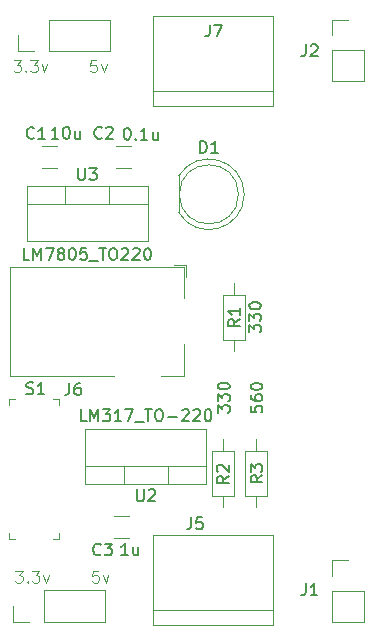
<source format=gbr>
%TF.GenerationSoftware,KiCad,Pcbnew,8.0.1-8.0.1-1~ubuntu22.04.1*%
%TF.CreationDate,2024-03-25T00:01:57-03:00*%
%TF.ProjectId,breadboard_power_supply,62726561-6462-46f6-9172-645f706f7765,rev?*%
%TF.SameCoordinates,Original*%
%TF.FileFunction,Legend,Top*%
%TF.FilePolarity,Positive*%
%FSLAX46Y46*%
G04 Gerber Fmt 4.6, Leading zero omitted, Abs format (unit mm)*
G04 Created by KiCad (PCBNEW 8.0.1-8.0.1-1~ubuntu22.04.1) date 2024-03-25 00:01:57*
%MOMM*%
%LPD*%
G01*
G04 APERTURE LIST*
%ADD10C,0.100000*%
%ADD11C,0.150000*%
%ADD12C,0.120000*%
G04 APERTURE END LIST*
D10*
X101108646Y-127631119D02*
X101727693Y-127631119D01*
X101727693Y-127631119D02*
X101394360Y-128012071D01*
X101394360Y-128012071D02*
X101537217Y-128012071D01*
X101537217Y-128012071D02*
X101632455Y-128059690D01*
X101632455Y-128059690D02*
X101680074Y-128107309D01*
X101680074Y-128107309D02*
X101727693Y-128202547D01*
X101727693Y-128202547D02*
X101727693Y-128440642D01*
X101727693Y-128440642D02*
X101680074Y-128535880D01*
X101680074Y-128535880D02*
X101632455Y-128583500D01*
X101632455Y-128583500D02*
X101537217Y-128631119D01*
X101537217Y-128631119D02*
X101251503Y-128631119D01*
X101251503Y-128631119D02*
X101156265Y-128583500D01*
X101156265Y-128583500D02*
X101108646Y-128535880D01*
X102156265Y-128535880D02*
X102203884Y-128583500D01*
X102203884Y-128583500D02*
X102156265Y-128631119D01*
X102156265Y-128631119D02*
X102108646Y-128583500D01*
X102108646Y-128583500D02*
X102156265Y-128535880D01*
X102156265Y-128535880D02*
X102156265Y-128631119D01*
X102537217Y-127631119D02*
X103156264Y-127631119D01*
X103156264Y-127631119D02*
X102822931Y-128012071D01*
X102822931Y-128012071D02*
X102965788Y-128012071D01*
X102965788Y-128012071D02*
X103061026Y-128059690D01*
X103061026Y-128059690D02*
X103108645Y-128107309D01*
X103108645Y-128107309D02*
X103156264Y-128202547D01*
X103156264Y-128202547D02*
X103156264Y-128440642D01*
X103156264Y-128440642D02*
X103108645Y-128535880D01*
X103108645Y-128535880D02*
X103061026Y-128583500D01*
X103061026Y-128583500D02*
X102965788Y-128631119D01*
X102965788Y-128631119D02*
X102680074Y-128631119D01*
X102680074Y-128631119D02*
X102584836Y-128583500D01*
X102584836Y-128583500D02*
X102537217Y-128535880D01*
X103489598Y-127964452D02*
X103727693Y-128631119D01*
X103727693Y-128631119D02*
X103965788Y-127964452D01*
X108130074Y-127631119D02*
X107653884Y-127631119D01*
X107653884Y-127631119D02*
X107606265Y-128107309D01*
X107606265Y-128107309D02*
X107653884Y-128059690D01*
X107653884Y-128059690D02*
X107749122Y-128012071D01*
X107749122Y-128012071D02*
X107987217Y-128012071D01*
X107987217Y-128012071D02*
X108082455Y-128059690D01*
X108082455Y-128059690D02*
X108130074Y-128107309D01*
X108130074Y-128107309D02*
X108177693Y-128202547D01*
X108177693Y-128202547D02*
X108177693Y-128440642D01*
X108177693Y-128440642D02*
X108130074Y-128535880D01*
X108130074Y-128535880D02*
X108082455Y-128583500D01*
X108082455Y-128583500D02*
X107987217Y-128631119D01*
X107987217Y-128631119D02*
X107749122Y-128631119D01*
X107749122Y-128631119D02*
X107653884Y-128583500D01*
X107653884Y-128583500D02*
X107606265Y-128535880D01*
X108511027Y-127964452D02*
X108749122Y-128631119D01*
X108749122Y-128631119D02*
X108987217Y-127964452D01*
X107980074Y-84400319D02*
X107503884Y-84400319D01*
X107503884Y-84400319D02*
X107456265Y-84876509D01*
X107456265Y-84876509D02*
X107503884Y-84828890D01*
X107503884Y-84828890D02*
X107599122Y-84781271D01*
X107599122Y-84781271D02*
X107837217Y-84781271D01*
X107837217Y-84781271D02*
X107932455Y-84828890D01*
X107932455Y-84828890D02*
X107980074Y-84876509D01*
X107980074Y-84876509D02*
X108027693Y-84971747D01*
X108027693Y-84971747D02*
X108027693Y-85209842D01*
X108027693Y-85209842D02*
X107980074Y-85305080D01*
X107980074Y-85305080D02*
X107932455Y-85352700D01*
X107932455Y-85352700D02*
X107837217Y-85400319D01*
X107837217Y-85400319D02*
X107599122Y-85400319D01*
X107599122Y-85400319D02*
X107503884Y-85352700D01*
X107503884Y-85352700D02*
X107456265Y-85305080D01*
X108361027Y-84733652D02*
X108599122Y-85400319D01*
X108599122Y-85400319D02*
X108837217Y-84733652D01*
X100958646Y-84400319D02*
X101577693Y-84400319D01*
X101577693Y-84400319D02*
X101244360Y-84781271D01*
X101244360Y-84781271D02*
X101387217Y-84781271D01*
X101387217Y-84781271D02*
X101482455Y-84828890D01*
X101482455Y-84828890D02*
X101530074Y-84876509D01*
X101530074Y-84876509D02*
X101577693Y-84971747D01*
X101577693Y-84971747D02*
X101577693Y-85209842D01*
X101577693Y-85209842D02*
X101530074Y-85305080D01*
X101530074Y-85305080D02*
X101482455Y-85352700D01*
X101482455Y-85352700D02*
X101387217Y-85400319D01*
X101387217Y-85400319D02*
X101101503Y-85400319D01*
X101101503Y-85400319D02*
X101006265Y-85352700D01*
X101006265Y-85352700D02*
X100958646Y-85305080D01*
X102006265Y-85305080D02*
X102053884Y-85352700D01*
X102053884Y-85352700D02*
X102006265Y-85400319D01*
X102006265Y-85400319D02*
X101958646Y-85352700D01*
X101958646Y-85352700D02*
X102006265Y-85305080D01*
X102006265Y-85305080D02*
X102006265Y-85400319D01*
X102387217Y-84400319D02*
X103006264Y-84400319D01*
X103006264Y-84400319D02*
X102672931Y-84781271D01*
X102672931Y-84781271D02*
X102815788Y-84781271D01*
X102815788Y-84781271D02*
X102911026Y-84828890D01*
X102911026Y-84828890D02*
X102958645Y-84876509D01*
X102958645Y-84876509D02*
X103006264Y-84971747D01*
X103006264Y-84971747D02*
X103006264Y-85209842D01*
X103006264Y-85209842D02*
X102958645Y-85305080D01*
X102958645Y-85305080D02*
X102911026Y-85352700D01*
X102911026Y-85352700D02*
X102815788Y-85400319D01*
X102815788Y-85400319D02*
X102530074Y-85400319D01*
X102530074Y-85400319D02*
X102434836Y-85352700D01*
X102434836Y-85352700D02*
X102387217Y-85305080D01*
X103339598Y-84733652D02*
X103577693Y-85400319D01*
X103577693Y-85400319D02*
X103815788Y-84733652D01*
D11*
X106426095Y-93533619D02*
X106426095Y-94343142D01*
X106426095Y-94343142D02*
X106473714Y-94438380D01*
X106473714Y-94438380D02*
X106521333Y-94486000D01*
X106521333Y-94486000D02*
X106616571Y-94533619D01*
X106616571Y-94533619D02*
X106807047Y-94533619D01*
X106807047Y-94533619D02*
X106902285Y-94486000D01*
X106902285Y-94486000D02*
X106949904Y-94438380D01*
X106949904Y-94438380D02*
X106997523Y-94343142D01*
X106997523Y-94343142D02*
X106997523Y-93533619D01*
X107378476Y-93533619D02*
X107997523Y-93533619D01*
X107997523Y-93533619D02*
X107664190Y-93914571D01*
X107664190Y-93914571D02*
X107807047Y-93914571D01*
X107807047Y-93914571D02*
X107902285Y-93962190D01*
X107902285Y-93962190D02*
X107949904Y-94009809D01*
X107949904Y-94009809D02*
X107997523Y-94105047D01*
X107997523Y-94105047D02*
X107997523Y-94343142D01*
X107997523Y-94343142D02*
X107949904Y-94438380D01*
X107949904Y-94438380D02*
X107902285Y-94486000D01*
X107902285Y-94486000D02*
X107807047Y-94533619D01*
X107807047Y-94533619D02*
X107521333Y-94533619D01*
X107521333Y-94533619D02*
X107426095Y-94486000D01*
X107426095Y-94486000D02*
X107378476Y-94438380D01*
X102307047Y-101303619D02*
X101830857Y-101303619D01*
X101830857Y-101303619D02*
X101830857Y-100303619D01*
X102640381Y-101303619D02*
X102640381Y-100303619D01*
X102640381Y-100303619D02*
X102973714Y-101017904D01*
X102973714Y-101017904D02*
X103307047Y-100303619D01*
X103307047Y-100303619D02*
X103307047Y-101303619D01*
X103688000Y-100303619D02*
X104354666Y-100303619D01*
X104354666Y-100303619D02*
X103926095Y-101303619D01*
X104878476Y-100732190D02*
X104783238Y-100684571D01*
X104783238Y-100684571D02*
X104735619Y-100636952D01*
X104735619Y-100636952D02*
X104688000Y-100541714D01*
X104688000Y-100541714D02*
X104688000Y-100494095D01*
X104688000Y-100494095D02*
X104735619Y-100398857D01*
X104735619Y-100398857D02*
X104783238Y-100351238D01*
X104783238Y-100351238D02*
X104878476Y-100303619D01*
X104878476Y-100303619D02*
X105068952Y-100303619D01*
X105068952Y-100303619D02*
X105164190Y-100351238D01*
X105164190Y-100351238D02*
X105211809Y-100398857D01*
X105211809Y-100398857D02*
X105259428Y-100494095D01*
X105259428Y-100494095D02*
X105259428Y-100541714D01*
X105259428Y-100541714D02*
X105211809Y-100636952D01*
X105211809Y-100636952D02*
X105164190Y-100684571D01*
X105164190Y-100684571D02*
X105068952Y-100732190D01*
X105068952Y-100732190D02*
X104878476Y-100732190D01*
X104878476Y-100732190D02*
X104783238Y-100779809D01*
X104783238Y-100779809D02*
X104735619Y-100827428D01*
X104735619Y-100827428D02*
X104688000Y-100922666D01*
X104688000Y-100922666D02*
X104688000Y-101113142D01*
X104688000Y-101113142D02*
X104735619Y-101208380D01*
X104735619Y-101208380D02*
X104783238Y-101256000D01*
X104783238Y-101256000D02*
X104878476Y-101303619D01*
X104878476Y-101303619D02*
X105068952Y-101303619D01*
X105068952Y-101303619D02*
X105164190Y-101256000D01*
X105164190Y-101256000D02*
X105211809Y-101208380D01*
X105211809Y-101208380D02*
X105259428Y-101113142D01*
X105259428Y-101113142D02*
X105259428Y-100922666D01*
X105259428Y-100922666D02*
X105211809Y-100827428D01*
X105211809Y-100827428D02*
X105164190Y-100779809D01*
X105164190Y-100779809D02*
X105068952Y-100732190D01*
X105878476Y-100303619D02*
X105973714Y-100303619D01*
X105973714Y-100303619D02*
X106068952Y-100351238D01*
X106068952Y-100351238D02*
X106116571Y-100398857D01*
X106116571Y-100398857D02*
X106164190Y-100494095D01*
X106164190Y-100494095D02*
X106211809Y-100684571D01*
X106211809Y-100684571D02*
X106211809Y-100922666D01*
X106211809Y-100922666D02*
X106164190Y-101113142D01*
X106164190Y-101113142D02*
X106116571Y-101208380D01*
X106116571Y-101208380D02*
X106068952Y-101256000D01*
X106068952Y-101256000D02*
X105973714Y-101303619D01*
X105973714Y-101303619D02*
X105878476Y-101303619D01*
X105878476Y-101303619D02*
X105783238Y-101256000D01*
X105783238Y-101256000D02*
X105735619Y-101208380D01*
X105735619Y-101208380D02*
X105688000Y-101113142D01*
X105688000Y-101113142D02*
X105640381Y-100922666D01*
X105640381Y-100922666D02*
X105640381Y-100684571D01*
X105640381Y-100684571D02*
X105688000Y-100494095D01*
X105688000Y-100494095D02*
X105735619Y-100398857D01*
X105735619Y-100398857D02*
X105783238Y-100351238D01*
X105783238Y-100351238D02*
X105878476Y-100303619D01*
X107116571Y-100303619D02*
X106640381Y-100303619D01*
X106640381Y-100303619D02*
X106592762Y-100779809D01*
X106592762Y-100779809D02*
X106640381Y-100732190D01*
X106640381Y-100732190D02*
X106735619Y-100684571D01*
X106735619Y-100684571D02*
X106973714Y-100684571D01*
X106973714Y-100684571D02*
X107068952Y-100732190D01*
X107068952Y-100732190D02*
X107116571Y-100779809D01*
X107116571Y-100779809D02*
X107164190Y-100875047D01*
X107164190Y-100875047D02*
X107164190Y-101113142D01*
X107164190Y-101113142D02*
X107116571Y-101208380D01*
X107116571Y-101208380D02*
X107068952Y-101256000D01*
X107068952Y-101256000D02*
X106973714Y-101303619D01*
X106973714Y-101303619D02*
X106735619Y-101303619D01*
X106735619Y-101303619D02*
X106640381Y-101256000D01*
X106640381Y-101256000D02*
X106592762Y-101208380D01*
X107354667Y-101398857D02*
X108116571Y-101398857D01*
X108211810Y-100303619D02*
X108783238Y-100303619D01*
X108497524Y-101303619D02*
X108497524Y-100303619D01*
X109307048Y-100303619D02*
X109497524Y-100303619D01*
X109497524Y-100303619D02*
X109592762Y-100351238D01*
X109592762Y-100351238D02*
X109688000Y-100446476D01*
X109688000Y-100446476D02*
X109735619Y-100636952D01*
X109735619Y-100636952D02*
X109735619Y-100970285D01*
X109735619Y-100970285D02*
X109688000Y-101160761D01*
X109688000Y-101160761D02*
X109592762Y-101256000D01*
X109592762Y-101256000D02*
X109497524Y-101303619D01*
X109497524Y-101303619D02*
X109307048Y-101303619D01*
X109307048Y-101303619D02*
X109211810Y-101256000D01*
X109211810Y-101256000D02*
X109116572Y-101160761D01*
X109116572Y-101160761D02*
X109068953Y-100970285D01*
X109068953Y-100970285D02*
X109068953Y-100636952D01*
X109068953Y-100636952D02*
X109116572Y-100446476D01*
X109116572Y-100446476D02*
X109211810Y-100351238D01*
X109211810Y-100351238D02*
X109307048Y-100303619D01*
X110116572Y-100398857D02*
X110164191Y-100351238D01*
X110164191Y-100351238D02*
X110259429Y-100303619D01*
X110259429Y-100303619D02*
X110497524Y-100303619D01*
X110497524Y-100303619D02*
X110592762Y-100351238D01*
X110592762Y-100351238D02*
X110640381Y-100398857D01*
X110640381Y-100398857D02*
X110688000Y-100494095D01*
X110688000Y-100494095D02*
X110688000Y-100589333D01*
X110688000Y-100589333D02*
X110640381Y-100732190D01*
X110640381Y-100732190D02*
X110068953Y-101303619D01*
X110068953Y-101303619D02*
X110688000Y-101303619D01*
X111068953Y-100398857D02*
X111116572Y-100351238D01*
X111116572Y-100351238D02*
X111211810Y-100303619D01*
X111211810Y-100303619D02*
X111449905Y-100303619D01*
X111449905Y-100303619D02*
X111545143Y-100351238D01*
X111545143Y-100351238D02*
X111592762Y-100398857D01*
X111592762Y-100398857D02*
X111640381Y-100494095D01*
X111640381Y-100494095D02*
X111640381Y-100589333D01*
X111640381Y-100589333D02*
X111592762Y-100732190D01*
X111592762Y-100732190D02*
X111021334Y-101303619D01*
X111021334Y-101303619D02*
X111640381Y-101303619D01*
X112259429Y-100303619D02*
X112354667Y-100303619D01*
X112354667Y-100303619D02*
X112449905Y-100351238D01*
X112449905Y-100351238D02*
X112497524Y-100398857D01*
X112497524Y-100398857D02*
X112545143Y-100494095D01*
X112545143Y-100494095D02*
X112592762Y-100684571D01*
X112592762Y-100684571D02*
X112592762Y-100922666D01*
X112592762Y-100922666D02*
X112545143Y-101113142D01*
X112545143Y-101113142D02*
X112497524Y-101208380D01*
X112497524Y-101208380D02*
X112449905Y-101256000D01*
X112449905Y-101256000D02*
X112354667Y-101303619D01*
X112354667Y-101303619D02*
X112259429Y-101303619D01*
X112259429Y-101303619D02*
X112164191Y-101256000D01*
X112164191Y-101256000D02*
X112116572Y-101208380D01*
X112116572Y-101208380D02*
X112068953Y-101113142D01*
X112068953Y-101113142D02*
X112021334Y-100922666D01*
X112021334Y-100922666D02*
X112021334Y-100684571D01*
X112021334Y-100684571D02*
X112068953Y-100494095D01*
X112068953Y-100494095D02*
X112116572Y-100398857D01*
X112116572Y-100398857D02*
X112164191Y-100351238D01*
X112164191Y-100351238D02*
X112259429Y-100303619D01*
X102057295Y-112624400D02*
X102200152Y-112672019D01*
X102200152Y-112672019D02*
X102438247Y-112672019D01*
X102438247Y-112672019D02*
X102533485Y-112624400D01*
X102533485Y-112624400D02*
X102581104Y-112576780D01*
X102581104Y-112576780D02*
X102628723Y-112481542D01*
X102628723Y-112481542D02*
X102628723Y-112386304D01*
X102628723Y-112386304D02*
X102581104Y-112291066D01*
X102581104Y-112291066D02*
X102533485Y-112243447D01*
X102533485Y-112243447D02*
X102438247Y-112195828D01*
X102438247Y-112195828D02*
X102247771Y-112148209D01*
X102247771Y-112148209D02*
X102152533Y-112100590D01*
X102152533Y-112100590D02*
X102104914Y-112052971D01*
X102104914Y-112052971D02*
X102057295Y-111957733D01*
X102057295Y-111957733D02*
X102057295Y-111862495D01*
X102057295Y-111862495D02*
X102104914Y-111767257D01*
X102104914Y-111767257D02*
X102152533Y-111719638D01*
X102152533Y-111719638D02*
X102247771Y-111672019D01*
X102247771Y-111672019D02*
X102485866Y-111672019D01*
X102485866Y-111672019D02*
X102628723Y-111719638D01*
X103581104Y-112672019D02*
X103009676Y-112672019D01*
X103295390Y-112672019D02*
X103295390Y-111672019D01*
X103295390Y-111672019D02*
X103200152Y-111814876D01*
X103200152Y-111814876D02*
X103104914Y-111910114D01*
X103104914Y-111910114D02*
X103009676Y-111957733D01*
X115998666Y-123102019D02*
X115998666Y-123816304D01*
X115998666Y-123816304D02*
X115951047Y-123959161D01*
X115951047Y-123959161D02*
X115855809Y-124054400D01*
X115855809Y-124054400D02*
X115712952Y-124102019D01*
X115712952Y-124102019D02*
X115617714Y-124102019D01*
X116951047Y-123102019D02*
X116474857Y-123102019D01*
X116474857Y-123102019D02*
X116427238Y-123578209D01*
X116427238Y-123578209D02*
X116474857Y-123530590D01*
X116474857Y-123530590D02*
X116570095Y-123482971D01*
X116570095Y-123482971D02*
X116808190Y-123482971D01*
X116808190Y-123482971D02*
X116903428Y-123530590D01*
X116903428Y-123530590D02*
X116951047Y-123578209D01*
X116951047Y-123578209D02*
X116998666Y-123673447D01*
X116998666Y-123673447D02*
X116998666Y-123911542D01*
X116998666Y-123911542D02*
X116951047Y-124006780D01*
X116951047Y-124006780D02*
X116903428Y-124054400D01*
X116903428Y-124054400D02*
X116808190Y-124102019D01*
X116808190Y-124102019D02*
X116570095Y-124102019D01*
X116570095Y-124102019D02*
X116474857Y-124054400D01*
X116474857Y-124054400D02*
X116427238Y-124006780D01*
X108333333Y-126234580D02*
X108285714Y-126282200D01*
X108285714Y-126282200D02*
X108142857Y-126329819D01*
X108142857Y-126329819D02*
X108047619Y-126329819D01*
X108047619Y-126329819D02*
X107904762Y-126282200D01*
X107904762Y-126282200D02*
X107809524Y-126186961D01*
X107809524Y-126186961D02*
X107761905Y-126091723D01*
X107761905Y-126091723D02*
X107714286Y-125901247D01*
X107714286Y-125901247D02*
X107714286Y-125758390D01*
X107714286Y-125758390D02*
X107761905Y-125567914D01*
X107761905Y-125567914D02*
X107809524Y-125472676D01*
X107809524Y-125472676D02*
X107904762Y-125377438D01*
X107904762Y-125377438D02*
X108047619Y-125329819D01*
X108047619Y-125329819D02*
X108142857Y-125329819D01*
X108142857Y-125329819D02*
X108285714Y-125377438D01*
X108285714Y-125377438D02*
X108333333Y-125425057D01*
X108666667Y-125329819D02*
X109285714Y-125329819D01*
X109285714Y-125329819D02*
X108952381Y-125710771D01*
X108952381Y-125710771D02*
X109095238Y-125710771D01*
X109095238Y-125710771D02*
X109190476Y-125758390D01*
X109190476Y-125758390D02*
X109238095Y-125806009D01*
X109238095Y-125806009D02*
X109285714Y-125901247D01*
X109285714Y-125901247D02*
X109285714Y-126139342D01*
X109285714Y-126139342D02*
X109238095Y-126234580D01*
X109238095Y-126234580D02*
X109190476Y-126282200D01*
X109190476Y-126282200D02*
X109095238Y-126329819D01*
X109095238Y-126329819D02*
X108809524Y-126329819D01*
X108809524Y-126329819D02*
X108714286Y-126282200D01*
X108714286Y-126282200D02*
X108666667Y-126234580D01*
X110658333Y-126304819D02*
X110086905Y-126304819D01*
X110372619Y-126304819D02*
X110372619Y-125304819D01*
X110372619Y-125304819D02*
X110277381Y-125447676D01*
X110277381Y-125447676D02*
X110182143Y-125542914D01*
X110182143Y-125542914D02*
X110086905Y-125590533D01*
X111515476Y-125638152D02*
X111515476Y-126304819D01*
X111086905Y-125638152D02*
X111086905Y-126161961D01*
X111086905Y-126161961D02*
X111134524Y-126257200D01*
X111134524Y-126257200D02*
X111229762Y-126304819D01*
X111229762Y-126304819D02*
X111372619Y-126304819D01*
X111372619Y-126304819D02*
X111467857Y-126257200D01*
X111467857Y-126257200D02*
X111515476Y-126209580D01*
X117573466Y-81395219D02*
X117573466Y-82109504D01*
X117573466Y-82109504D02*
X117525847Y-82252361D01*
X117525847Y-82252361D02*
X117430609Y-82347600D01*
X117430609Y-82347600D02*
X117287752Y-82395219D01*
X117287752Y-82395219D02*
X117192514Y-82395219D01*
X117954419Y-81395219D02*
X118621085Y-81395219D01*
X118621085Y-81395219D02*
X118192514Y-82395219D01*
X125691666Y-128704819D02*
X125691666Y-129419104D01*
X125691666Y-129419104D02*
X125644047Y-129561961D01*
X125644047Y-129561961D02*
X125548809Y-129657200D01*
X125548809Y-129657200D02*
X125405952Y-129704819D01*
X125405952Y-129704819D02*
X125310714Y-129704819D01*
X126691666Y-129704819D02*
X126120238Y-129704819D01*
X126405952Y-129704819D02*
X126405952Y-128704819D01*
X126405952Y-128704819D02*
X126310714Y-128847676D01*
X126310714Y-128847676D02*
X126215476Y-128942914D01*
X126215476Y-128942914D02*
X126120238Y-128990533D01*
X111404495Y-120737419D02*
X111404495Y-121546942D01*
X111404495Y-121546942D02*
X111452114Y-121642180D01*
X111452114Y-121642180D02*
X111499733Y-121689800D01*
X111499733Y-121689800D02*
X111594971Y-121737419D01*
X111594971Y-121737419D02*
X111785447Y-121737419D01*
X111785447Y-121737419D02*
X111880685Y-121689800D01*
X111880685Y-121689800D02*
X111928304Y-121642180D01*
X111928304Y-121642180D02*
X111975923Y-121546942D01*
X111975923Y-121546942D02*
X111975923Y-120737419D01*
X112404495Y-120832657D02*
X112452114Y-120785038D01*
X112452114Y-120785038D02*
X112547352Y-120737419D01*
X112547352Y-120737419D02*
X112785447Y-120737419D01*
X112785447Y-120737419D02*
X112880685Y-120785038D01*
X112880685Y-120785038D02*
X112928304Y-120832657D01*
X112928304Y-120832657D02*
X112975923Y-120927895D01*
X112975923Y-120927895D02*
X112975923Y-121023133D01*
X112975923Y-121023133D02*
X112928304Y-121165990D01*
X112928304Y-121165990D02*
X112356876Y-121737419D01*
X112356876Y-121737419D02*
X112975923Y-121737419D01*
X107142590Y-114967419D02*
X106666400Y-114967419D01*
X106666400Y-114967419D02*
X106666400Y-113967419D01*
X107475924Y-114967419D02*
X107475924Y-113967419D01*
X107475924Y-113967419D02*
X107809257Y-114681704D01*
X107809257Y-114681704D02*
X108142590Y-113967419D01*
X108142590Y-113967419D02*
X108142590Y-114967419D01*
X108523543Y-113967419D02*
X109142590Y-113967419D01*
X109142590Y-113967419D02*
X108809257Y-114348371D01*
X108809257Y-114348371D02*
X108952114Y-114348371D01*
X108952114Y-114348371D02*
X109047352Y-114395990D01*
X109047352Y-114395990D02*
X109094971Y-114443609D01*
X109094971Y-114443609D02*
X109142590Y-114538847D01*
X109142590Y-114538847D02*
X109142590Y-114776942D01*
X109142590Y-114776942D02*
X109094971Y-114872180D01*
X109094971Y-114872180D02*
X109047352Y-114919800D01*
X109047352Y-114919800D02*
X108952114Y-114967419D01*
X108952114Y-114967419D02*
X108666400Y-114967419D01*
X108666400Y-114967419D02*
X108571162Y-114919800D01*
X108571162Y-114919800D02*
X108523543Y-114872180D01*
X110094971Y-114967419D02*
X109523543Y-114967419D01*
X109809257Y-114967419D02*
X109809257Y-113967419D01*
X109809257Y-113967419D02*
X109714019Y-114110276D01*
X109714019Y-114110276D02*
X109618781Y-114205514D01*
X109618781Y-114205514D02*
X109523543Y-114253133D01*
X110428305Y-113967419D02*
X111094971Y-113967419D01*
X111094971Y-113967419D02*
X110666400Y-114967419D01*
X111237829Y-115062657D02*
X111999733Y-115062657D01*
X112094972Y-113967419D02*
X112666400Y-113967419D01*
X112380686Y-114967419D02*
X112380686Y-113967419D01*
X113190210Y-113967419D02*
X113380686Y-113967419D01*
X113380686Y-113967419D02*
X113475924Y-114015038D01*
X113475924Y-114015038D02*
X113571162Y-114110276D01*
X113571162Y-114110276D02*
X113618781Y-114300752D01*
X113618781Y-114300752D02*
X113618781Y-114634085D01*
X113618781Y-114634085D02*
X113571162Y-114824561D01*
X113571162Y-114824561D02*
X113475924Y-114919800D01*
X113475924Y-114919800D02*
X113380686Y-114967419D01*
X113380686Y-114967419D02*
X113190210Y-114967419D01*
X113190210Y-114967419D02*
X113094972Y-114919800D01*
X113094972Y-114919800D02*
X112999734Y-114824561D01*
X112999734Y-114824561D02*
X112952115Y-114634085D01*
X112952115Y-114634085D02*
X112952115Y-114300752D01*
X112952115Y-114300752D02*
X112999734Y-114110276D01*
X112999734Y-114110276D02*
X113094972Y-114015038D01*
X113094972Y-114015038D02*
X113190210Y-113967419D01*
X114047353Y-114586466D02*
X114809258Y-114586466D01*
X115237829Y-114062657D02*
X115285448Y-114015038D01*
X115285448Y-114015038D02*
X115380686Y-113967419D01*
X115380686Y-113967419D02*
X115618781Y-113967419D01*
X115618781Y-113967419D02*
X115714019Y-114015038D01*
X115714019Y-114015038D02*
X115761638Y-114062657D01*
X115761638Y-114062657D02*
X115809257Y-114157895D01*
X115809257Y-114157895D02*
X115809257Y-114253133D01*
X115809257Y-114253133D02*
X115761638Y-114395990D01*
X115761638Y-114395990D02*
X115190210Y-114967419D01*
X115190210Y-114967419D02*
X115809257Y-114967419D01*
X116190210Y-114062657D02*
X116237829Y-114015038D01*
X116237829Y-114015038D02*
X116333067Y-113967419D01*
X116333067Y-113967419D02*
X116571162Y-113967419D01*
X116571162Y-113967419D02*
X116666400Y-114015038D01*
X116666400Y-114015038D02*
X116714019Y-114062657D01*
X116714019Y-114062657D02*
X116761638Y-114157895D01*
X116761638Y-114157895D02*
X116761638Y-114253133D01*
X116761638Y-114253133D02*
X116714019Y-114395990D01*
X116714019Y-114395990D02*
X116142591Y-114967419D01*
X116142591Y-114967419D02*
X116761638Y-114967419D01*
X117380686Y-113967419D02*
X117475924Y-113967419D01*
X117475924Y-113967419D02*
X117571162Y-114015038D01*
X117571162Y-114015038D02*
X117618781Y-114062657D01*
X117618781Y-114062657D02*
X117666400Y-114157895D01*
X117666400Y-114157895D02*
X117714019Y-114348371D01*
X117714019Y-114348371D02*
X117714019Y-114586466D01*
X117714019Y-114586466D02*
X117666400Y-114776942D01*
X117666400Y-114776942D02*
X117618781Y-114872180D01*
X117618781Y-114872180D02*
X117571162Y-114919800D01*
X117571162Y-114919800D02*
X117475924Y-114967419D01*
X117475924Y-114967419D02*
X117380686Y-114967419D01*
X117380686Y-114967419D02*
X117285448Y-114919800D01*
X117285448Y-114919800D02*
X117237829Y-114872180D01*
X117237829Y-114872180D02*
X117190210Y-114776942D01*
X117190210Y-114776942D02*
X117142591Y-114586466D01*
X117142591Y-114586466D02*
X117142591Y-114348371D01*
X117142591Y-114348371D02*
X117190210Y-114157895D01*
X117190210Y-114157895D02*
X117237829Y-114062657D01*
X117237829Y-114062657D02*
X117285448Y-114015038D01*
X117285448Y-114015038D02*
X117380686Y-113967419D01*
X108433333Y-90959580D02*
X108385714Y-91007200D01*
X108385714Y-91007200D02*
X108242857Y-91054819D01*
X108242857Y-91054819D02*
X108147619Y-91054819D01*
X108147619Y-91054819D02*
X108004762Y-91007200D01*
X108004762Y-91007200D02*
X107909524Y-90911961D01*
X107909524Y-90911961D02*
X107861905Y-90816723D01*
X107861905Y-90816723D02*
X107814286Y-90626247D01*
X107814286Y-90626247D02*
X107814286Y-90483390D01*
X107814286Y-90483390D02*
X107861905Y-90292914D01*
X107861905Y-90292914D02*
X107909524Y-90197676D01*
X107909524Y-90197676D02*
X108004762Y-90102438D01*
X108004762Y-90102438D02*
X108147619Y-90054819D01*
X108147619Y-90054819D02*
X108242857Y-90054819D01*
X108242857Y-90054819D02*
X108385714Y-90102438D01*
X108385714Y-90102438D02*
X108433333Y-90150057D01*
X108814286Y-90150057D02*
X108861905Y-90102438D01*
X108861905Y-90102438D02*
X108957143Y-90054819D01*
X108957143Y-90054819D02*
X109195238Y-90054819D01*
X109195238Y-90054819D02*
X109290476Y-90102438D01*
X109290476Y-90102438D02*
X109338095Y-90150057D01*
X109338095Y-90150057D02*
X109385714Y-90245295D01*
X109385714Y-90245295D02*
X109385714Y-90340533D01*
X109385714Y-90340533D02*
X109338095Y-90483390D01*
X109338095Y-90483390D02*
X108766667Y-91054819D01*
X108766667Y-91054819D02*
X109385714Y-91054819D01*
X110535714Y-90129819D02*
X110630952Y-90129819D01*
X110630952Y-90129819D02*
X110726190Y-90177438D01*
X110726190Y-90177438D02*
X110773809Y-90225057D01*
X110773809Y-90225057D02*
X110821428Y-90320295D01*
X110821428Y-90320295D02*
X110869047Y-90510771D01*
X110869047Y-90510771D02*
X110869047Y-90748866D01*
X110869047Y-90748866D02*
X110821428Y-90939342D01*
X110821428Y-90939342D02*
X110773809Y-91034580D01*
X110773809Y-91034580D02*
X110726190Y-91082200D01*
X110726190Y-91082200D02*
X110630952Y-91129819D01*
X110630952Y-91129819D02*
X110535714Y-91129819D01*
X110535714Y-91129819D02*
X110440476Y-91082200D01*
X110440476Y-91082200D02*
X110392857Y-91034580D01*
X110392857Y-91034580D02*
X110345238Y-90939342D01*
X110345238Y-90939342D02*
X110297619Y-90748866D01*
X110297619Y-90748866D02*
X110297619Y-90510771D01*
X110297619Y-90510771D02*
X110345238Y-90320295D01*
X110345238Y-90320295D02*
X110392857Y-90225057D01*
X110392857Y-90225057D02*
X110440476Y-90177438D01*
X110440476Y-90177438D02*
X110535714Y-90129819D01*
X111297619Y-91034580D02*
X111345238Y-91082200D01*
X111345238Y-91082200D02*
X111297619Y-91129819D01*
X111297619Y-91129819D02*
X111250000Y-91082200D01*
X111250000Y-91082200D02*
X111297619Y-91034580D01*
X111297619Y-91034580D02*
X111297619Y-91129819D01*
X112297618Y-91129819D02*
X111726190Y-91129819D01*
X112011904Y-91129819D02*
X112011904Y-90129819D01*
X112011904Y-90129819D02*
X111916666Y-90272676D01*
X111916666Y-90272676D02*
X111821428Y-90367914D01*
X111821428Y-90367914D02*
X111726190Y-90415533D01*
X113154761Y-90463152D02*
X113154761Y-91129819D01*
X112726190Y-90463152D02*
X112726190Y-90986961D01*
X112726190Y-90986961D02*
X112773809Y-91082200D01*
X112773809Y-91082200D02*
X112869047Y-91129819D01*
X112869047Y-91129819D02*
X113011904Y-91129819D01*
X113011904Y-91129819D02*
X113107142Y-91082200D01*
X113107142Y-91082200D02*
X113154761Y-91034580D01*
X105684266Y-111740119D02*
X105684266Y-112454404D01*
X105684266Y-112454404D02*
X105636647Y-112597261D01*
X105636647Y-112597261D02*
X105541409Y-112692500D01*
X105541409Y-112692500D02*
X105398552Y-112740119D01*
X105398552Y-112740119D02*
X105303314Y-112740119D01*
X106589028Y-111740119D02*
X106398552Y-111740119D01*
X106398552Y-111740119D02*
X106303314Y-111787738D01*
X106303314Y-111787738D02*
X106255695Y-111835357D01*
X106255695Y-111835357D02*
X106160457Y-111978214D01*
X106160457Y-111978214D02*
X106112838Y-112168690D01*
X106112838Y-112168690D02*
X106112838Y-112549642D01*
X106112838Y-112549642D02*
X106160457Y-112644880D01*
X106160457Y-112644880D02*
X106208076Y-112692500D01*
X106208076Y-112692500D02*
X106303314Y-112740119D01*
X106303314Y-112740119D02*
X106493790Y-112740119D01*
X106493790Y-112740119D02*
X106589028Y-112692500D01*
X106589028Y-112692500D02*
X106636647Y-112644880D01*
X106636647Y-112644880D02*
X106684266Y-112549642D01*
X106684266Y-112549642D02*
X106684266Y-112311547D01*
X106684266Y-112311547D02*
X106636647Y-112216309D01*
X106636647Y-112216309D02*
X106589028Y-112168690D01*
X106589028Y-112168690D02*
X106493790Y-112121071D01*
X106493790Y-112121071D02*
X106303314Y-112121071D01*
X106303314Y-112121071D02*
X106208076Y-112168690D01*
X106208076Y-112168690D02*
X106160457Y-112216309D01*
X106160457Y-112216309D02*
X106112838Y-112311547D01*
X125701466Y-83071619D02*
X125701466Y-83785904D01*
X125701466Y-83785904D02*
X125653847Y-83928761D01*
X125653847Y-83928761D02*
X125558609Y-84024000D01*
X125558609Y-84024000D02*
X125415752Y-84071619D01*
X125415752Y-84071619D02*
X125320514Y-84071619D01*
X126130038Y-83166857D02*
X126177657Y-83119238D01*
X126177657Y-83119238D02*
X126272895Y-83071619D01*
X126272895Y-83071619D02*
X126510990Y-83071619D01*
X126510990Y-83071619D02*
X126606228Y-83119238D01*
X126606228Y-83119238D02*
X126653847Y-83166857D01*
X126653847Y-83166857D02*
X126701466Y-83262095D01*
X126701466Y-83262095D02*
X126701466Y-83357333D01*
X126701466Y-83357333D02*
X126653847Y-83500190D01*
X126653847Y-83500190D02*
X126082419Y-84071619D01*
X126082419Y-84071619D02*
X126701466Y-84071619D01*
X122029819Y-119566666D02*
X121553628Y-119899999D01*
X122029819Y-120138094D02*
X121029819Y-120138094D01*
X121029819Y-120138094D02*
X121029819Y-119757142D01*
X121029819Y-119757142D02*
X121077438Y-119661904D01*
X121077438Y-119661904D02*
X121125057Y-119614285D01*
X121125057Y-119614285D02*
X121220295Y-119566666D01*
X121220295Y-119566666D02*
X121363152Y-119566666D01*
X121363152Y-119566666D02*
X121458390Y-119614285D01*
X121458390Y-119614285D02*
X121506009Y-119661904D01*
X121506009Y-119661904D02*
X121553628Y-119757142D01*
X121553628Y-119757142D02*
X121553628Y-120138094D01*
X121029819Y-119233332D02*
X121029819Y-118614285D01*
X121029819Y-118614285D02*
X121410771Y-118947618D01*
X121410771Y-118947618D02*
X121410771Y-118804761D01*
X121410771Y-118804761D02*
X121458390Y-118709523D01*
X121458390Y-118709523D02*
X121506009Y-118661904D01*
X121506009Y-118661904D02*
X121601247Y-118614285D01*
X121601247Y-118614285D02*
X121839342Y-118614285D01*
X121839342Y-118614285D02*
X121934580Y-118661904D01*
X121934580Y-118661904D02*
X121982200Y-118709523D01*
X121982200Y-118709523D02*
X122029819Y-118804761D01*
X122029819Y-118804761D02*
X122029819Y-119090475D01*
X122029819Y-119090475D02*
X121982200Y-119185713D01*
X121982200Y-119185713D02*
X121934580Y-119233332D01*
X121029819Y-113689285D02*
X121029819Y-114165475D01*
X121029819Y-114165475D02*
X121506009Y-114213094D01*
X121506009Y-114213094D02*
X121458390Y-114165475D01*
X121458390Y-114165475D02*
X121410771Y-114070237D01*
X121410771Y-114070237D02*
X121410771Y-113832142D01*
X121410771Y-113832142D02*
X121458390Y-113736904D01*
X121458390Y-113736904D02*
X121506009Y-113689285D01*
X121506009Y-113689285D02*
X121601247Y-113641666D01*
X121601247Y-113641666D02*
X121839342Y-113641666D01*
X121839342Y-113641666D02*
X121934580Y-113689285D01*
X121934580Y-113689285D02*
X121982200Y-113736904D01*
X121982200Y-113736904D02*
X122029819Y-113832142D01*
X122029819Y-113832142D02*
X122029819Y-114070237D01*
X122029819Y-114070237D02*
X121982200Y-114165475D01*
X121982200Y-114165475D02*
X121934580Y-114213094D01*
X121029819Y-112784523D02*
X121029819Y-112974999D01*
X121029819Y-112974999D02*
X121077438Y-113070237D01*
X121077438Y-113070237D02*
X121125057Y-113117856D01*
X121125057Y-113117856D02*
X121267914Y-113213094D01*
X121267914Y-113213094D02*
X121458390Y-113260713D01*
X121458390Y-113260713D02*
X121839342Y-113260713D01*
X121839342Y-113260713D02*
X121934580Y-113213094D01*
X121934580Y-113213094D02*
X121982200Y-113165475D01*
X121982200Y-113165475D02*
X122029819Y-113070237D01*
X122029819Y-113070237D02*
X122029819Y-112879761D01*
X122029819Y-112879761D02*
X121982200Y-112784523D01*
X121982200Y-112784523D02*
X121934580Y-112736904D01*
X121934580Y-112736904D02*
X121839342Y-112689285D01*
X121839342Y-112689285D02*
X121601247Y-112689285D01*
X121601247Y-112689285D02*
X121506009Y-112736904D01*
X121506009Y-112736904D02*
X121458390Y-112784523D01*
X121458390Y-112784523D02*
X121410771Y-112879761D01*
X121410771Y-112879761D02*
X121410771Y-113070237D01*
X121410771Y-113070237D02*
X121458390Y-113165475D01*
X121458390Y-113165475D02*
X121506009Y-113213094D01*
X121506009Y-113213094D02*
X121601247Y-113260713D01*
X121029819Y-112070237D02*
X121029819Y-111974999D01*
X121029819Y-111974999D02*
X121077438Y-111879761D01*
X121077438Y-111879761D02*
X121125057Y-111832142D01*
X121125057Y-111832142D02*
X121220295Y-111784523D01*
X121220295Y-111784523D02*
X121410771Y-111736904D01*
X121410771Y-111736904D02*
X121648866Y-111736904D01*
X121648866Y-111736904D02*
X121839342Y-111784523D01*
X121839342Y-111784523D02*
X121934580Y-111832142D01*
X121934580Y-111832142D02*
X121982200Y-111879761D01*
X121982200Y-111879761D02*
X122029819Y-111974999D01*
X122029819Y-111974999D02*
X122029819Y-112070237D01*
X122029819Y-112070237D02*
X121982200Y-112165475D01*
X121982200Y-112165475D02*
X121934580Y-112213094D01*
X121934580Y-112213094D02*
X121839342Y-112260713D01*
X121839342Y-112260713D02*
X121648866Y-112308332D01*
X121648866Y-112308332D02*
X121410771Y-112308332D01*
X121410771Y-112308332D02*
X121220295Y-112260713D01*
X121220295Y-112260713D02*
X121125057Y-112213094D01*
X121125057Y-112213094D02*
X121077438Y-112165475D01*
X121077438Y-112165475D02*
X121029819Y-112070237D01*
X120129819Y-106338666D02*
X119653628Y-106671999D01*
X120129819Y-106910094D02*
X119129819Y-106910094D01*
X119129819Y-106910094D02*
X119129819Y-106529142D01*
X119129819Y-106529142D02*
X119177438Y-106433904D01*
X119177438Y-106433904D02*
X119225057Y-106386285D01*
X119225057Y-106386285D02*
X119320295Y-106338666D01*
X119320295Y-106338666D02*
X119463152Y-106338666D01*
X119463152Y-106338666D02*
X119558390Y-106386285D01*
X119558390Y-106386285D02*
X119606009Y-106433904D01*
X119606009Y-106433904D02*
X119653628Y-106529142D01*
X119653628Y-106529142D02*
X119653628Y-106910094D01*
X120129819Y-105386285D02*
X120129819Y-105957713D01*
X120129819Y-105671999D02*
X119129819Y-105671999D01*
X119129819Y-105671999D02*
X119272676Y-105767237D01*
X119272676Y-105767237D02*
X119367914Y-105862475D01*
X119367914Y-105862475D02*
X119415533Y-105957713D01*
X120904819Y-107435713D02*
X120904819Y-106816666D01*
X120904819Y-106816666D02*
X121285771Y-107149999D01*
X121285771Y-107149999D02*
X121285771Y-107007142D01*
X121285771Y-107007142D02*
X121333390Y-106911904D01*
X121333390Y-106911904D02*
X121381009Y-106864285D01*
X121381009Y-106864285D02*
X121476247Y-106816666D01*
X121476247Y-106816666D02*
X121714342Y-106816666D01*
X121714342Y-106816666D02*
X121809580Y-106864285D01*
X121809580Y-106864285D02*
X121857200Y-106911904D01*
X121857200Y-106911904D02*
X121904819Y-107007142D01*
X121904819Y-107007142D02*
X121904819Y-107292856D01*
X121904819Y-107292856D02*
X121857200Y-107388094D01*
X121857200Y-107388094D02*
X121809580Y-107435713D01*
X120904819Y-106483332D02*
X120904819Y-105864285D01*
X120904819Y-105864285D02*
X121285771Y-106197618D01*
X121285771Y-106197618D02*
X121285771Y-106054761D01*
X121285771Y-106054761D02*
X121333390Y-105959523D01*
X121333390Y-105959523D02*
X121381009Y-105911904D01*
X121381009Y-105911904D02*
X121476247Y-105864285D01*
X121476247Y-105864285D02*
X121714342Y-105864285D01*
X121714342Y-105864285D02*
X121809580Y-105911904D01*
X121809580Y-105911904D02*
X121857200Y-105959523D01*
X121857200Y-105959523D02*
X121904819Y-106054761D01*
X121904819Y-106054761D02*
X121904819Y-106340475D01*
X121904819Y-106340475D02*
X121857200Y-106435713D01*
X121857200Y-106435713D02*
X121809580Y-106483332D01*
X120904819Y-105245237D02*
X120904819Y-105149999D01*
X120904819Y-105149999D02*
X120952438Y-105054761D01*
X120952438Y-105054761D02*
X121000057Y-105007142D01*
X121000057Y-105007142D02*
X121095295Y-104959523D01*
X121095295Y-104959523D02*
X121285771Y-104911904D01*
X121285771Y-104911904D02*
X121523866Y-104911904D01*
X121523866Y-104911904D02*
X121714342Y-104959523D01*
X121714342Y-104959523D02*
X121809580Y-105007142D01*
X121809580Y-105007142D02*
X121857200Y-105054761D01*
X121857200Y-105054761D02*
X121904819Y-105149999D01*
X121904819Y-105149999D02*
X121904819Y-105245237D01*
X121904819Y-105245237D02*
X121857200Y-105340475D01*
X121857200Y-105340475D02*
X121809580Y-105388094D01*
X121809580Y-105388094D02*
X121714342Y-105435713D01*
X121714342Y-105435713D02*
X121523866Y-105483332D01*
X121523866Y-105483332D02*
X121285771Y-105483332D01*
X121285771Y-105483332D02*
X121095295Y-105435713D01*
X121095295Y-105435713D02*
X121000057Y-105388094D01*
X121000057Y-105388094D02*
X120952438Y-105340475D01*
X120952438Y-105340475D02*
X120904819Y-105245237D01*
X116762305Y-92252819D02*
X116762305Y-91252819D01*
X116762305Y-91252819D02*
X117000400Y-91252819D01*
X117000400Y-91252819D02*
X117143257Y-91300438D01*
X117143257Y-91300438D02*
X117238495Y-91395676D01*
X117238495Y-91395676D02*
X117286114Y-91490914D01*
X117286114Y-91490914D02*
X117333733Y-91681390D01*
X117333733Y-91681390D02*
X117333733Y-91824247D01*
X117333733Y-91824247D02*
X117286114Y-92014723D01*
X117286114Y-92014723D02*
X117238495Y-92109961D01*
X117238495Y-92109961D02*
X117143257Y-92205200D01*
X117143257Y-92205200D02*
X117000400Y-92252819D01*
X117000400Y-92252819D02*
X116762305Y-92252819D01*
X118286114Y-92252819D02*
X117714686Y-92252819D01*
X118000400Y-92252819D02*
X118000400Y-91252819D01*
X118000400Y-91252819D02*
X117905162Y-91395676D01*
X117905162Y-91395676D02*
X117809924Y-91490914D01*
X117809924Y-91490914D02*
X117714686Y-91538533D01*
X119179819Y-119616666D02*
X118703628Y-119949999D01*
X119179819Y-120188094D02*
X118179819Y-120188094D01*
X118179819Y-120188094D02*
X118179819Y-119807142D01*
X118179819Y-119807142D02*
X118227438Y-119711904D01*
X118227438Y-119711904D02*
X118275057Y-119664285D01*
X118275057Y-119664285D02*
X118370295Y-119616666D01*
X118370295Y-119616666D02*
X118513152Y-119616666D01*
X118513152Y-119616666D02*
X118608390Y-119664285D01*
X118608390Y-119664285D02*
X118656009Y-119711904D01*
X118656009Y-119711904D02*
X118703628Y-119807142D01*
X118703628Y-119807142D02*
X118703628Y-120188094D01*
X118275057Y-119235713D02*
X118227438Y-119188094D01*
X118227438Y-119188094D02*
X118179819Y-119092856D01*
X118179819Y-119092856D02*
X118179819Y-118854761D01*
X118179819Y-118854761D02*
X118227438Y-118759523D01*
X118227438Y-118759523D02*
X118275057Y-118711904D01*
X118275057Y-118711904D02*
X118370295Y-118664285D01*
X118370295Y-118664285D02*
X118465533Y-118664285D01*
X118465533Y-118664285D02*
X118608390Y-118711904D01*
X118608390Y-118711904D02*
X119179819Y-119283332D01*
X119179819Y-119283332D02*
X119179819Y-118664285D01*
X118254819Y-114235713D02*
X118254819Y-113616666D01*
X118254819Y-113616666D02*
X118635771Y-113949999D01*
X118635771Y-113949999D02*
X118635771Y-113807142D01*
X118635771Y-113807142D02*
X118683390Y-113711904D01*
X118683390Y-113711904D02*
X118731009Y-113664285D01*
X118731009Y-113664285D02*
X118826247Y-113616666D01*
X118826247Y-113616666D02*
X119064342Y-113616666D01*
X119064342Y-113616666D02*
X119159580Y-113664285D01*
X119159580Y-113664285D02*
X119207200Y-113711904D01*
X119207200Y-113711904D02*
X119254819Y-113807142D01*
X119254819Y-113807142D02*
X119254819Y-114092856D01*
X119254819Y-114092856D02*
X119207200Y-114188094D01*
X119207200Y-114188094D02*
X119159580Y-114235713D01*
X118254819Y-113283332D02*
X118254819Y-112664285D01*
X118254819Y-112664285D02*
X118635771Y-112997618D01*
X118635771Y-112997618D02*
X118635771Y-112854761D01*
X118635771Y-112854761D02*
X118683390Y-112759523D01*
X118683390Y-112759523D02*
X118731009Y-112711904D01*
X118731009Y-112711904D02*
X118826247Y-112664285D01*
X118826247Y-112664285D02*
X119064342Y-112664285D01*
X119064342Y-112664285D02*
X119159580Y-112711904D01*
X119159580Y-112711904D02*
X119207200Y-112759523D01*
X119207200Y-112759523D02*
X119254819Y-112854761D01*
X119254819Y-112854761D02*
X119254819Y-113140475D01*
X119254819Y-113140475D02*
X119207200Y-113235713D01*
X119207200Y-113235713D02*
X119159580Y-113283332D01*
X118254819Y-112045237D02*
X118254819Y-111949999D01*
X118254819Y-111949999D02*
X118302438Y-111854761D01*
X118302438Y-111854761D02*
X118350057Y-111807142D01*
X118350057Y-111807142D02*
X118445295Y-111759523D01*
X118445295Y-111759523D02*
X118635771Y-111711904D01*
X118635771Y-111711904D02*
X118873866Y-111711904D01*
X118873866Y-111711904D02*
X119064342Y-111759523D01*
X119064342Y-111759523D02*
X119159580Y-111807142D01*
X119159580Y-111807142D02*
X119207200Y-111854761D01*
X119207200Y-111854761D02*
X119254819Y-111949999D01*
X119254819Y-111949999D02*
X119254819Y-112045237D01*
X119254819Y-112045237D02*
X119207200Y-112140475D01*
X119207200Y-112140475D02*
X119159580Y-112188094D01*
X119159580Y-112188094D02*
X119064342Y-112235713D01*
X119064342Y-112235713D02*
X118873866Y-112283332D01*
X118873866Y-112283332D02*
X118635771Y-112283332D01*
X118635771Y-112283332D02*
X118445295Y-112235713D01*
X118445295Y-112235713D02*
X118350057Y-112188094D01*
X118350057Y-112188094D02*
X118302438Y-112140475D01*
X118302438Y-112140475D02*
X118254819Y-112045237D01*
X102683333Y-90984580D02*
X102635714Y-91032200D01*
X102635714Y-91032200D02*
X102492857Y-91079819D01*
X102492857Y-91079819D02*
X102397619Y-91079819D01*
X102397619Y-91079819D02*
X102254762Y-91032200D01*
X102254762Y-91032200D02*
X102159524Y-90936961D01*
X102159524Y-90936961D02*
X102111905Y-90841723D01*
X102111905Y-90841723D02*
X102064286Y-90651247D01*
X102064286Y-90651247D02*
X102064286Y-90508390D01*
X102064286Y-90508390D02*
X102111905Y-90317914D01*
X102111905Y-90317914D02*
X102159524Y-90222676D01*
X102159524Y-90222676D02*
X102254762Y-90127438D01*
X102254762Y-90127438D02*
X102397619Y-90079819D01*
X102397619Y-90079819D02*
X102492857Y-90079819D01*
X102492857Y-90079819D02*
X102635714Y-90127438D01*
X102635714Y-90127438D02*
X102683333Y-90175057D01*
X103635714Y-91079819D02*
X103064286Y-91079819D01*
X103350000Y-91079819D02*
X103350000Y-90079819D01*
X103350000Y-90079819D02*
X103254762Y-90222676D01*
X103254762Y-90222676D02*
X103159524Y-90317914D01*
X103159524Y-90317914D02*
X103064286Y-90365533D01*
X104757142Y-91054819D02*
X104185714Y-91054819D01*
X104471428Y-91054819D02*
X104471428Y-90054819D01*
X104471428Y-90054819D02*
X104376190Y-90197676D01*
X104376190Y-90197676D02*
X104280952Y-90292914D01*
X104280952Y-90292914D02*
X104185714Y-90340533D01*
X105376190Y-90054819D02*
X105471428Y-90054819D01*
X105471428Y-90054819D02*
X105566666Y-90102438D01*
X105566666Y-90102438D02*
X105614285Y-90150057D01*
X105614285Y-90150057D02*
X105661904Y-90245295D01*
X105661904Y-90245295D02*
X105709523Y-90435771D01*
X105709523Y-90435771D02*
X105709523Y-90673866D01*
X105709523Y-90673866D02*
X105661904Y-90864342D01*
X105661904Y-90864342D02*
X105614285Y-90959580D01*
X105614285Y-90959580D02*
X105566666Y-91007200D01*
X105566666Y-91007200D02*
X105471428Y-91054819D01*
X105471428Y-91054819D02*
X105376190Y-91054819D01*
X105376190Y-91054819D02*
X105280952Y-91007200D01*
X105280952Y-91007200D02*
X105233333Y-90959580D01*
X105233333Y-90959580D02*
X105185714Y-90864342D01*
X105185714Y-90864342D02*
X105138095Y-90673866D01*
X105138095Y-90673866D02*
X105138095Y-90435771D01*
X105138095Y-90435771D02*
X105185714Y-90245295D01*
X105185714Y-90245295D02*
X105233333Y-90150057D01*
X105233333Y-90150057D02*
X105280952Y-90102438D01*
X105280952Y-90102438D02*
X105376190Y-90054819D01*
X106566666Y-90388152D02*
X106566666Y-91054819D01*
X106138095Y-90388152D02*
X106138095Y-90911961D01*
X106138095Y-90911961D02*
X106185714Y-91007200D01*
X106185714Y-91007200D02*
X106280952Y-91054819D01*
X106280952Y-91054819D02*
X106423809Y-91054819D01*
X106423809Y-91054819D02*
X106519047Y-91007200D01*
X106519047Y-91007200D02*
X106566666Y-90959580D01*
D12*
%TO.C,U3*%
X102068000Y-95078800D02*
X102068000Y-99719800D01*
X102068000Y-95078800D02*
X112308000Y-95078800D01*
X102068000Y-96588800D02*
X112308000Y-96588800D01*
X102068000Y-99719800D02*
X112308000Y-99719800D01*
X105338000Y-95078800D02*
X105338000Y-96588800D01*
X109039000Y-95078800D02*
X109039000Y-96588800D01*
X112308000Y-95078800D02*
X112308000Y-99719800D01*
D10*
%TO.C,S1*%
X100617600Y-113061200D02*
X100617600Y-113561200D01*
X100617600Y-113061200D02*
X101117600Y-113061200D01*
X100617600Y-124961200D02*
X100617600Y-124461200D01*
X100617600Y-124961200D02*
X101117600Y-124961200D01*
X104817600Y-113061200D02*
X104317600Y-113061200D01*
X104817600Y-113061200D02*
X104817600Y-113561200D01*
X104817600Y-124961200D02*
X104317600Y-124961200D01*
X104817600Y-124961200D02*
X104817600Y-124461200D01*
D12*
%TO.C,J5*%
X112776000Y-124606800D02*
X112776000Y-132226800D01*
X112776000Y-132226800D02*
X122936000Y-132226800D01*
X122936000Y-124606800D02*
X112776000Y-124606800D01*
X122936000Y-130956800D02*
X112776000Y-130956800D01*
X122936000Y-132226800D02*
X122936000Y-124606800D01*
%TO.C,C3*%
X110732600Y-122981200D02*
X109474600Y-122981200D01*
X110732600Y-124821200D02*
X109474600Y-124821200D01*
%TO.C,J4*%
X101351800Y-83621000D02*
X101351800Y-82291000D01*
X102681800Y-83621000D02*
X101351800Y-83621000D01*
X103951800Y-80961000D02*
X109091800Y-80961000D01*
X103951800Y-83621000D02*
X103951800Y-80961000D01*
X103951800Y-83621000D02*
X109091800Y-83621000D01*
X109091800Y-83621000D02*
X109091800Y-80961000D01*
%TO.C,J7*%
X112776000Y-80681000D02*
X112776000Y-88301000D01*
X112776000Y-88301000D02*
X122936000Y-88301000D01*
X122936000Y-80681000D02*
X112776000Y-80681000D01*
X122936000Y-87031000D02*
X112776000Y-87031000D01*
X122936000Y-88301000D02*
X122936000Y-80681000D01*
%TO.C,J1*%
X127956000Y-126736800D02*
X129286000Y-126736800D01*
X127956000Y-128066800D02*
X127956000Y-126736800D01*
X127956000Y-129336800D02*
X127956000Y-131936800D01*
X127956000Y-129336800D02*
X130616000Y-129336800D01*
X127956000Y-131936800D02*
X130616000Y-131936800D01*
X130616000Y-129336800D02*
X130616000Y-131936800D01*
%TO.C,U2*%
X107046400Y-120282600D02*
X107046400Y-115641600D01*
X110315400Y-120282600D02*
X110315400Y-118772600D01*
X114016400Y-120282600D02*
X114016400Y-118772600D01*
X117286400Y-115641600D02*
X107046400Y-115641600D01*
X117286400Y-118772600D02*
X107046400Y-118772600D01*
X117286400Y-120282600D02*
X107046400Y-120282600D01*
X117286400Y-120282600D02*
X117286400Y-115641600D01*
%TO.C,C2*%
X110885000Y-91688400D02*
X109627000Y-91688400D01*
X110885000Y-93528400D02*
X109627000Y-93528400D01*
%TO.C,J3*%
X100937600Y-131946800D02*
X100937600Y-130616800D01*
X102267600Y-131946800D02*
X100937600Y-131946800D01*
X103537600Y-129286800D02*
X108677600Y-129286800D01*
X103537600Y-131946800D02*
X103537600Y-129286800D01*
X103537600Y-131946800D02*
X108677600Y-131946800D01*
X108677600Y-131946800D02*
X108677600Y-129286800D01*
%TO.C,J6*%
X100667600Y-101935300D02*
X115367600Y-101935300D01*
X100667600Y-111135300D02*
X100667600Y-101935300D01*
X109467600Y-111135300D02*
X100667600Y-111135300D01*
X114517600Y-101735300D02*
X115567600Y-101735300D01*
X115367600Y-101935300D02*
X115367600Y-104535300D01*
X115367600Y-108435300D02*
X115367600Y-111135300D01*
X115367600Y-111135300D02*
X113467600Y-111135300D01*
X115567600Y-102785300D02*
X115567600Y-101735300D01*
%TO.C,J2*%
X127956000Y-80961000D02*
X129286000Y-80961000D01*
X127956000Y-82291000D02*
X127956000Y-80961000D01*
X127956000Y-83561000D02*
X127956000Y-86161000D01*
X127956000Y-83561000D02*
X130616000Y-83561000D01*
X127956000Y-86161000D02*
X130616000Y-86161000D01*
X130616000Y-83561000D02*
X130616000Y-86161000D01*
%TO.C,R3*%
X120593600Y-117460000D02*
X120593600Y-121300000D01*
X120593600Y-121300000D02*
X122433600Y-121300000D01*
X121513600Y-116510000D02*
X121513600Y-117460000D01*
X121513600Y-122250000D02*
X121513600Y-121300000D01*
X122433600Y-117460000D02*
X120593600Y-117460000D01*
X122433600Y-121300000D02*
X122433600Y-117460000D01*
%TO.C,R1*%
X118714000Y-104252000D02*
X118714000Y-108092000D01*
X118714000Y-108092000D02*
X120554000Y-108092000D01*
X119634000Y-103302000D02*
X119634000Y-104252000D01*
X119634000Y-109042000D02*
X119634000Y-108092000D01*
X120554000Y-104252000D02*
X118714000Y-104252000D01*
X120554000Y-108092000D02*
X120554000Y-104252000D01*
%TO.C,D1*%
X114940400Y-94213000D02*
X114940400Y-97303000D01*
X114940401Y-94213170D02*
G75*
G02*
X120490399Y-95758462I2559999J-1544830D01*
G01*
X120490400Y-95757538D02*
G75*
G02*
X114940400Y-97302830I-2990000J-462D01*
G01*
X120000400Y-95758000D02*
G75*
G02*
X115000400Y-95758000I-2500000J0D01*
G01*
X115000400Y-95758000D02*
G75*
G02*
X120000400Y-95758000I2500000J0D01*
G01*
%TO.C,R2*%
X117748800Y-117460000D02*
X117748800Y-121300000D01*
X117748800Y-121300000D02*
X119588800Y-121300000D01*
X118668800Y-116510000D02*
X118668800Y-117460000D01*
X118668800Y-122250000D02*
X118668800Y-121300000D01*
X119588800Y-117460000D02*
X117748800Y-117460000D01*
X119588800Y-121300000D02*
X119588800Y-117460000D01*
%TO.C,C1*%
X103389400Y-91688400D02*
X104647400Y-91688400D01*
X103389400Y-93528400D02*
X104647400Y-93528400D01*
%TD*%
M02*

</source>
